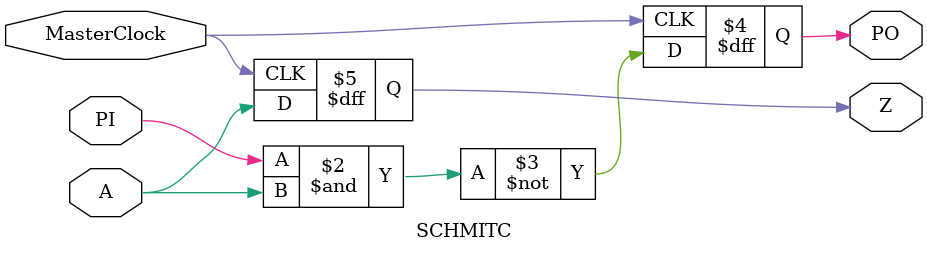
<source format=sv>
module SCHMITC
(
    input A,
`ifndef NO_TEST_SIGNALS
    input PI,
    output reg PO,
`endif
    output reg Z,

    input MasterClock
);

always @(posedge MasterClock)
begin

    Z <= A;
`ifndef NO_TEST_SIGNALS
    PO <= ~(PI & A); 
`endif 

end

endmodule


</source>
